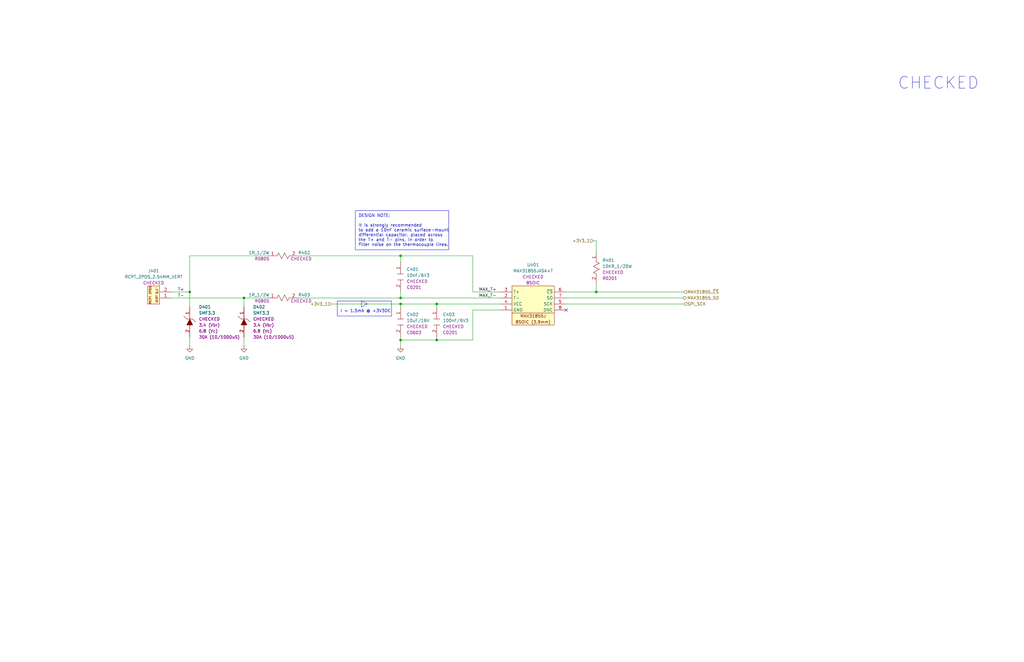
<source format=kicad_sch>
(kicad_sch (version 20230121) (generator eeschema)
  (paper "B")
  (title_block (title "Hot Plate") (date "09/15/2023") (rev "v1.0") (company "Mend0z0") (comment 1 "v1") (comment 3 "Siavash Taher Parvar") (comment 8 "N/A"))
  (lib_symbols
    (symbol "_SCHLIB_HotPlate:CAP_100nF/6V3_C0201"
      (property "Reference" "C" (at 2.54 5.08 0))
      (property "Value" "100nF{slash}6V3" (at 2.54 7.62 0))
      (property "SCH CHECK" "CHECKED" (at 2.54 22.86 0))
      (property "Package" "C0201" (at 2.54 25.4 0))
      (symbol "CAP_100nF/6V3_C0201_0_0"
        (polyline (pts (xy 5.08 1.27) (xy 5.08 -1.27)))
        (polyline (pts (xy 7.62 1.27) (xy 7.62 -1.27)))
      )
      (symbol "CAP_100nF/6V3_C0201_1_1"
        (pin passive line (at 0 0 0) (length 5.08) (name "") (number "1"))
        (pin passive line (at 12.7 0 180) (length 5.08) (name "") (number "2"))
      )
    )
    (symbol "_SCHLIB_HotPlate:CAP_10nF/6V3-C0201"
      (property "Reference" "C" (at 2.54 3.81 0))
      (property "Value" "10nF{slash}6V3" (at 2.54 6.35 0))
      (property "SCH CHECK" "CHECKED" (at 2.54 21.59 0))
      (property "Package" "C0201" (at 2.54 24.13 0))
      (symbol "CAP_10nF/6V3-C0201_0_0"
        (polyline (pts (xy 5.08 1.27) (xy 5.08 -1.27)))
        (polyline (pts (xy 7.62 1.27) (xy 7.62 -1.27)))
      )
      (symbol "CAP_10nF/6V3-C0201_1_1"
        (pin passive line (at 0 0 0) (length 5.08) (name "") (number "1"))
        (pin passive line (at 12.7 0 180) (length 5.08) (name "") (number "2"))
      )
    )
    (symbol "_SCHLIB_HotPlate:CAP_10uF/16V-C0603"
      (property "Reference" "C" (at 2.54 3.81 0))
      (property "Value" "10uF{slash}16V" (at 2.54 6.35 0))
      (property "SCH CHECK" "CHECKED" (at 2.54 21.59 0))
      (property "Package" "C0603" (at 2.54 24.13 0))
      (symbol "CAP_10uF/16V-C0603_0_0"
        (polyline (pts (xy 5.08 1.27) (xy 5.08 -1.27)))
        (polyline (pts (xy 7.62 1.27) (xy 7.62 -1.27)))
      )
      (symbol "CAP_10uF/16V-C0603_1_1"
        (pin passive line (at 0 0 0) (length 5.08) (name "") (number "1"))
        (pin passive line (at 12.7 0 180) (length 5.08) (name "") (number "2"))
      )
    )
    (symbol "_SCHLIB_HotPlate:CONN_RCPT_2POS_2.54MM_VERT"
      (property "Reference" "J" (at 2.54 2.54 0))
      (property "Value" "RCPT_2POS_2.54MM_VERT" (at 2.54 5.08 0))
      (property "SCH CHECK" "CHECKED" (at 2.54 20.32 0))
      (symbol "CONN_RCPT_2POS_2.54MM_VERT_0_1"
        (rectangle (start 0 0) (end 5.08 -7.62) (fill (type background)))
        (text "RCPT 2POS\n\nVERT 0.1\"" (at 2.54 -3.81 900) (effects (font (size 0.889 0.889))))
      )
      (symbol "CONN_RCPT_2POS_2.54MM_VERT_1_1"
        (pin passive line (at -5.08 -2.54 0) (length 5.08) (name "") (number "1"))
        (pin passive line (at -5.08 -5.08 0) (length 5.08) (name "") (number "2"))
      )
    )
    (symbol "_SCHLIB_HotPlate:IC_MAX31855JASA+T"
      (property "Reference" "U" (at 2.54 2.54 0))
      (property "Value" "MAX31855JASA+T" (at 2.54 5.08 0))
      (property "SCH CHECK" "CHECKED" (at 2.54 20.32 0))
      (property "Package" "8SOIC" (at 2.54 22.86 0))
      (symbol "IC_MAX31855JASA+T_0_0"
        (text "8SOIC (3.9mm)" (at 8.89 -15.24 0) (effects (font (size 1.27 1.27))))
        (text "MAX31855J" (at 8.89 -12.7 0) (effects (font (size 1.27 1.27))))
      )
      (symbol "IC_MAX31855JASA+T_0_1"
        (polyline (pts (xy 0 -11.43) (xy 17.78 -11.43)))
        (rectangle (start 0 0) (end 17.78 -16.51) (fill (type background)))
      )
      (symbol "IC_MAX31855JASA+T_1_1"
        (pin passive line (at -5.08 -10.16 0) (length 5.08) (name "GND") (number "1"))
        (pin passive line (at -5.08 -5.08 0) (length 5.08) (name "T-") (number "2"))
        (pin passive line (at -5.08 -2.54 0) (length 5.08) (name "T+") (number "3"))
        (pin passive line (at -5.08 -7.62 0) (length 5.08) (name "VCC") (number "4"))
        (pin passive line (at 22.86 -7.62 180) (length 5.08) (name "SCK") (number "5"))
        (pin passive line (at 22.86 -2.54 180) (length 5.08) (name "~{CS}") (number "6"))
        (pin passive line (at 22.86 -5.08 180) (length 5.08) (name "SO") (number "7"))
        (pin passive line (at 22.86 -10.16 180) (length 5.08) (name "DNC") (number "8"))
      )
    )
    (symbol "_SCHLIB_HotPlate:RES_10KR_1/20W-R0201"
      (property "Reference" "R" (at 2.54 5.08 0))
      (property "Value" "10KR_1{slash}20W" (at 2.54 7.62 0))
      (property "SCH CHECK" "CHECKED" (at 2.54 22.86 0))
      (property "Package" "R0201" (at 2.54 25.4 0))
      (symbol "RES_10KR_1/20W-R0201_0_0"
        (polyline (pts (xy 3.81 0) (xy 4.445 1.27) (xy 5.715 -1.27) (xy 6.985 1.27) (xy 8.255 -1.27) (xy 8.89 0)))
      )
      (symbol "RES_10KR_1/20W-R0201_1_1"
        (pin passive line (at 0 0 0) (length 3.81) (name "") (number "1"))
        (pin passive line (at 12.7 0 180) (length 3.81) (name "") (number "2"))
      )
    )
    (symbol "_SCHLIB_HotPlate:RES_1R_1/2W_R0805"
      (property "Reference" "R" (at 2.54 3.81 0))
      (property "Value" "1R_1/2W" (at 2.54 6.35 0))
      (property "SCH CHECK" "CHECKED" (at 2.54 21.59 0))
      (property "Package" "R0805" (at 2.54 24.13 0))
      (symbol "RES_1R_1/2W_R0805_0_0"
        (polyline (pts (xy 3.81 0) (xy 4.445 1.27) (xy 5.715 -1.27) (xy 6.985 1.27) (xy 8.255 -1.27) (xy 8.89 0)))
      )
      (symbol "RES_1R_1/2W_R0805_1_1"
        (pin passive line (at 0 0 0) (length 3.81) (name "") (number "1"))
        (pin passive line (at 12.7 0 180) (length 3.81) (name "") (number "2"))
      )
    )
    (symbol "_SCHLIB_HotPlate:TVS_SMF3.3_SOD_123F"
      (property "Reference" "D" (at 2.54 5.08 0))
      (property "Value" "SMF3.3" (at 2.54 7.62 0))
      (property "SCH CHECK" "CHECKED" (at 2.54 22.86 0))
      (property "Vbr" "3.4 (Vbr)" (at 2.54 27.94 0))
      (property "Vc" "6.8 (Vc)" (at 2.54 30.48 0))
      (property "Ipp" "30A (10/1000uS)" (at 2.54 25.4 0))
      (symbol "TVS_SMF3.3_SOD_123F_0_1"
        (polyline (pts (xy 5.08 1.27) (xy 5.08 -1.27) (xy 7.62 0) (xy 5.08 1.27)) (fill (type outline)))
        (polyline (pts (xy 8.89 2.54) (xy 7.62 1.27) (xy 7.62 -1.27) (xy 6.35 -2.54)))
      )
      (symbol "TVS_SMF3.3_SOD_123F_1_1"
        (pin passive line (at 12.7 0 180) (length 5.08) (name "") (number "1"))
        (pin passive line (at 0 0 0) (length 5.08) (name "") (number "2"))
      )
    )
    (symbol "power:GND" (power) (pin_names (offset 0))
      (property "Value" "GND" (at 0 -3.81 0))
      (symbol "GND_0_1"
        (polyline (pts (xy 0 0) (xy 0 -1.27) (xy 1.27 -1.27) (xy 0 -2.54) (xy -1.27 -1.27) (xy 0 -1.27)))
      )
      (symbol "GND_1_1"
        (pin power_in line (at 0 0 270) (length 0) hide (name "GND") (number "1"))
      )
    )
  )
  (junction (at 102.87 125.73))
  (junction (at 251.46 123.19))
  (junction (at 168.91 107.95))
  (junction (at 168.91 125.73))
  (junction (at 168.91 128.27))
  (junction (at 168.91 143.51))
  (junction (at 184.15 143.51))
  (junction (at 80.01 123.19))
  (junction (at 184.15 128.27))
  (no_connect (at 238.76 130.81))
  (wire (pts (xy 168.91 143.51) (xy 184.15 143.51)))
  (wire (pts (xy 168.91 123.19) (xy 168.91 125.73)))
  (wire (pts (xy 238.76 125.73) (xy 288.29 125.73)))
  (wire (pts (xy 168.91 128.27) (xy 184.15 128.27)))
  (wire (pts (xy 168.91 107.95) (xy 199.39 107.95)))
  (wire (pts (xy 168.91 128.27) (xy 168.91 129.54)))
  (wire (pts (xy 168.91 142.24) (xy 168.91 143.51)))
  (wire (pts (xy 168.91 107.95) (xy 168.91 110.49)))
  (wire (pts (xy 250.19 101.6) (xy 251.46 101.6)))
  (polyline (pts (xy 152.4 127) (xy 154.94 128.27)))
  (polyline (pts (xy 142.24 127) (xy 142.24 133.35)))
  (polyline (pts (xy 165.1 127) (xy 165.1 133.35)))
  (wire (pts (xy 102.87 125.73) (xy 102.87 129.54)))
  (wire (pts (xy 168.91 143.51) (xy 168.91 146.05)))
  (wire (pts (xy 80.01 107.95) (xy 113.03 107.95)))
  (wire (pts (xy 199.39 123.19) (xy 210.82 123.19)))
  (wire (pts (xy 184.15 128.27) (xy 184.15 129.54)))
  (polyline (pts (xy 152.4 129.54) (xy 154.94 128.27)))
  (wire (pts (xy 184.15 128.27) (xy 210.82 128.27)))
  (wire (pts (xy 80.01 123.19) (xy 80.01 129.54)))
  (wire (pts (xy 72.39 125.73) (xy 102.87 125.73)))
  (wire (pts (xy 238.76 123.19) (xy 251.46 123.19)))
  (wire (pts (xy 199.39 143.51) (xy 199.39 130.81)))
  (wire (pts (xy 251.46 101.6) (xy 251.46 106.68)))
  (wire (pts (xy 102.87 125.73) (xy 113.03 125.73)))
  (wire (pts (xy 199.39 107.95) (xy 199.39 123.19)))
  (wire (pts (xy 80.01 123.19) (xy 72.39 123.19)))
  (wire (pts (xy 80.01 107.95) (xy 80.01 123.19)))
  (wire (pts (xy 251.46 123.19) (xy 288.29 123.19)))
  (wire (pts (xy 184.15 143.51) (xy 199.39 143.51)))
  (wire (pts (xy 139.7 128.27) (xy 168.91 128.27)))
  (wire (pts (xy 125.73 107.95) (xy 168.91 107.95)))
  (wire (pts (xy 251.46 123.19) (xy 251.46 119.38)))
  (wire (pts (xy 238.76 128.27) (xy 288.29 128.27)))
  (polyline (pts (xy 152.4 127) (xy 152.4 129.54)))
  (wire (pts (xy 102.87 142.24) (xy 102.87 146.05)))
  (wire (pts (xy 199.39 130.81) (xy 210.82 130.81)))
  (polyline (pts (xy 165.1 133.35) (xy 142.24 133.35)))
  (wire (pts (xy 125.73 125.73) (xy 168.91 125.73)))
  (wire (pts (xy 168.91 125.73) (xy 210.82 125.73)))
  (wire (pts (xy 80.01 146.05) (xy 80.01 142.24)))
  (polyline (pts (xy 142.24 127) (xy 165.1 127)))
  (wire (pts (xy 184.15 142.24) (xy 184.15 143.51)))
  (rectangle (start 149.86 88.9) (end 189.23 105.41))
  (text "I = 1.5mA @ +3V3DC" (at 143.51 132.08 0) (effects (font (size 1.27 1.27)) (justify left bottom)))
  (text "CHECKED" (at 378.46 38.1 0) (effects (font (size 5 5)) (justify left bottom)))
  (text "DESIGN NOTE:\n\nIt is strongly recommended \nto add a 10nF ceramic surface-mount\ndifferential capacitor, placed across\nthe T+ and T- pins, in order to \nfilter noise on the thermocouple lines.\n" (at 151.13 104.14 0) (effects (font (size 1.27 1.27)) (justify left bottom)))
  (label "MAX_T-" (at 201.93 125.73 0))
  (label "T+" (at 74.93 123.19 0))
  (label "T-" (at 74.93 125.73 0))
  (label "MAX_T+" (at 201.93 123.19 0))
  (hierarchical_label "+3V3_1" (shape input) (at 250.19 101.6 180))
  (hierarchical_label "MAX31855_~{CS}" (shape input) (at 288.29 123.19 0))
  (hierarchical_label "MAX31855_SO" (shape output) (at 288.29 125.73 0))
  (hierarchical_label "+3V3_1" (shape input) (at 139.7 128.27 180))
  (hierarchical_label "SPI_SCK" (shape input) (at 288.29 128.27 0))
  (symbol (lib_id "power:GND") (at 80.01 146.05 0) (unit 1)
    (property "Reference" "#PWR0401" (effects hide))
    (property "Value" "GND" (at 80.01 151.13 0))
  )
  (symbol (lib_id "_SCHLIB_HotPlate:CAP_10nF/6V3-C0201") (at 168.91 110.49 270) (unit 1)
    (property "Reference" "C401" (at 171.45 113.665 90) (effects (justify left)))
    (property "Value" "10nF/6V3" (at 171.45 116.205 90) (effects (justify left)))
    (property "Footprint" "Capacitor_SMD:C_0201_0603Metric" (effects hide))
    (property "Datasheet" "http://www.passivecomponent.com/wp-content/uploads/datasheet/WTC_MLCC_General_Purpose.pdf" (effects hide))
    (property "Description" "10000 pF ±10% 6.3V Ceramic Capacitor X7R 0201 (0603 Metric)" (effects hide))
    (property "Part Number" "0201B103K6R3CT" (effects hide))
    (property "Link" "https://www.digikey.ca/en/products/detail/walsin-technology-corporation/0201B103K6R3CT/9354618" (effects hide))
    (property "SCH CHECK" "CHECKED" (at 171.45 118.745 90) (effects (justify left)))
    (property "Package" "C0201" (at 171.45 121.285 90) (effects (justify left)))
  )
  (symbol (lib_id "_SCHLIB_HotPlate:TVS_SMF3.3_SOD_123F") (at 80.01 142.24 90) (unit 1)
    (property "Reference" "D401" (at 83.82 129.54 90) (effects (justify right)))
    (property "Value" "SMF3.3" (at 83.82 132.08 90) (effects (justify right)))
    (property "Footprint" "Diode_SMD:D_SOD-123F" (effects hide))
    (property "Datasheet" "https://www.littelfuse.com/media?resourcetype=datasheets&itemid=2e80cd26-b0c3-442f-9d77-27a283ccff4f&filename=littelfuse-tvs-diode-smf3-3-datasheet" (effects hide))
    (property "Description" "6.8V Clamp 30A Ipp Tvs Diode Surface Mount SOD-123F" (effects hide))
    (property "Part Number" "SMF3.3" (effects hide))
    (property "Link" "https://www.digikey.ca/en/products/detail/littelfuse-inc/SMF3-3/6189040" (effects hide))
    (property "SCH CHECK" "CHECKED" (at 83.82 134.62 90) (effects (justify right)))
    (property "Vbr" "3.4 (Vbr)" (at 83.82 137.16 90) (effects (justify right)))
    (property "Vc" "6.8 (Vc)" (at 83.82 139.7 90) (effects (justify right)))
    (property "Ipp" "30A (10/1000uS)" (at 83.82 142.24 90) (effects (justify right)))
  )
  (symbol (lib_id "power:GND") (at 102.87 146.05 0) (unit 1)
    (property "Reference" "#PWR0402" (effects hide))
    (property "Value" "GND" (at 102.87 151.13 0))
  )
  (symbol (lib_id "_SCHLIB_HotPlate:RES_1R_1/2W_R0805") (at 113.03 107.95 0) (unit 1)
    (property "Reference" "R402" (at 128.27 106.68 0))
    (property "Value" "1R_1/2W" (at 109.22 106.68 0))
    (property "Footprint" "Resistor_SMD:R_0805_2012Metric" (effects hide))
    (property "Datasheet" "https://www.koaspeer.com/pdfs/SG73P.pdf" (effects hide))
    (property "Description" "1 Ohms ±5% 0.5W, 1/2W Chip Resistor 0805 (2012 Metric) Automotive AEC-Q200, Pulse Withstanding Thick Film" (effects hide))
    (property "Part Number" "SG73P2ATTD1R0J" (effects hide))
    (property "Link" "https://www.digikey.ca/en/products/detail/koa-speer-electronics-inc/SG73P2ATTD1R0J/10187130" (effects hide))
    (property "SCH CHECK" "CHECKED" (at 127 109.22 0))
    (property "Package" "R0805" (at 110.49 109.22 0))
  )
  (symbol (lib_id "_SCHLIB_HotPlate:RES_10KR_1/20W-R0201") (at 251.46 106.68 270) (unit 1)
    (property "Reference" "R401" (at 254 109.855 90) (effects (justify left)))
    (property "Value" "10KR_1/20W" (at 254 112.395 90) (effects (justify left)))
    (property "Footprint" "Resistor_SMD:R_0201_0603Metric" (effects hide))
    (property "Datasheet" "https://www.seielect.com/Catalog/SEI-RMCF_RMCP.pdf" (effects hide))
    (property "Description" "10 kOhms ±1% 0.05W, 1/20W Chip Resistor 0201 (0603 Metric) Thick Film" (effects hide))
    (property "Part Number" "RMCF0201FT10K0" (effects hide))
    (property "Link" "https://www.digikey.ca/en/products/detail/stackpole-electronics-inc/RMCF0201FT10K0/1714990" (effects hide))
    (property "SCH CHECK" "CHECKED" (at 254 114.935 90) (effects (justify left)))
    (property "Package" "R0201" (at 254 117.475 90) (effects (justify left)))
  )
  (symbol (lib_id "_SCHLIB_HotPlate:RES_1R_1/2W_R0805") (at 113.03 125.73 0) (unit 1)
    (property "Reference" "R403" (at 128.27 124.46 0))
    (property "Value" "1R_1/2W" (at 109.22 124.46 0))
    (property "Footprint" "Resistor_SMD:R_0805_2012Metric" (effects hide))
    (property "Datasheet" "https://www.koaspeer.com/pdfs/SG73P.pdf" (effects hide))
    (property "Description" "1 Ohms ±5% 0.5W, 1/2W Chip Resistor 0805 (2012 Metric) Automotive AEC-Q200, Pulse Withstanding Thick Film" (effects hide))
    (property "Part Number" "SG73P2ATTD1R0J" (effects hide))
    (property "Link" "https://www.digikey.ca/en/products/detail/koa-speer-electronics-inc/SG73P2ATTD1R0J/10187130" (effects hide))
    (property "SCH CHECK" "CHECKED" (at 127 127 0))
    (property "Package" "R0805" (at 110.49 127 0))
  )
  (symbol (lib_id "power:GND") (at 168.91 146.05 0) (unit 1)
    (property "Reference" "#PWR0403" (effects hide))
    (property "Value" "GND" (at 168.91 151.13 0))
  )
  (symbol (lib_id "_SCHLIB_HotPlate:TVS_SMF3.3_SOD_123F") (at 102.87 142.24 90) (unit 1)
    (property "Reference" "D402" (at 106.68 129.54 90) (effects (justify right)))
    (property "Value" "SMF3.3" (at 106.68 132.08 90) (effects (justify right)))
    (property "Footprint" "Diode_SMD:D_SOD-123F" (effects hide))
    (property "Datasheet" "https://www.littelfuse.com/media?resourcetype=datasheets&itemid=2e80cd26-b0c3-442f-9d77-27a283ccff4f&filename=littelfuse-tvs-diode-smf3-3-datasheet" (effects hide))
    (property "Description" "6.8V Clamp 30A Ipp Tvs Diode Surface Mount SOD-123F" (effects hide))
    (property "Part Number" "SMF3.3" (effects hide))
    (property "Link" "https://www.digikey.ca/en/products/detail/littelfuse-inc/SMF3-3/6189040" (effects hide))
    (property "SCH CHECK" "CHECKED" (at 106.68 134.62 90) (effects (justify right)))
    (property "Vbr" "3.4 (Vbr)" (at 106.68 137.16 90) (effects (justify right)))
    (property "Vc" "6.8 (Vc)" (at 106.68 139.7 90) (effects (justify right)))
    (property "Ipp" "30A (10/1000uS)" (at 106.68 142.24 90) (effects (justify right)))
  )
  (symbol (lib_id "_SCHLIB_HotPlate:IC_MAX31855JASA+T") (at 215.9 120.65 0) (unit 1)
    (property "Reference" "U401" (at 224.79 111.76 0))
    (property "Value" "MAX31855JASA+T" (at 224.79 114.3 0))
    (property "Footprint" "Package_SO:SOIC-8_3.9x4.9mm_P1.27mm" (effects hide))
    (property "Datasheet" "https://www.analog.com/media/en/technical-documentation/data-sheets/max31855.pdf" (effects hide))
    (property "Description" "IC CONV THERMOCOUPLE-DGTL 8SOIC" (effects hide))
    (property "Part Number" "MAX31855JASA+T" (effects hide))
    (property "Link" "https://www.digikey.ca/en/products/detail/analog-devices-inc-maxim-integrated/MAX31855JASA-T/2754411" (effects hide))
    (property "SCH CHECK" "CHECKED" (at 224.79 116.84 0))
    (property "Package" "8SOIC" (at 224.79 119.38 0))
  )
  (symbol (lib_id "_SCHLIB_HotPlate:CONN_RCPT_2POS_2.54MM_VERT") (at 67.31 128.27 180) (unit 1)
    (property "Reference" "J401" (at 64.77 114.3 0))
    (property "Value" "RCPT_2POS_2.54MM_VERT" (at 64.77 116.84 0))
    (property "Footprint" "Connector_PinSocket_2.54mm:PinSocket_1x02_P2.54mm_Vertical" (effects hide))
    (property "Datasheet" "https://app.adam-tech.com/products/download/data_sheet/203013/rs1-xx-g-data-sheet.pdf" (effects hide))
    (property "Description" "2 Position Receptacle Connector 0.100\" (2.54mm) Through Hole Gold" (effects hide))
    (property "Part Number" "RS1-02-G" (effects hide))
    (property "Link" "https://www.digikey.ca/en/products/detail/adam-tech/RS1-02-G/9832044" (effects hide))
    (property "SCH CHECK" "CHECKED" (at 64.77 119.38 0))
  )
  (symbol (lib_id "_SCHLIB_HotPlate:CAP_10uF/16V-C0603") (at 168.91 129.54 270) (unit 1)
    (property "Reference" "C402" (at 171.45 132.715 90) (effects (justify left)))
    (property "Value" "10uF/16V" (at 171.45 135.255 90) (effects (justify left)))
    (property "Footprint" "Capacitor_SMD:C_0603_1608Metric" (effects hide))
    (property "Datasheet" "https://search.murata.co.jp/Ceramy/image/img/A01X/G101/ENG/GRT188R61C106KE13-01.pdf" (effects hide))
    (property "Description" "10 µF ±10% 16V Ceramic Capacitor X5R 0603 (1608 Metric)" (effects hide))
    (property "Part Number" "GRT188R61C106KE13J" (effects hide))
    (property "Link" "https://www.digikey.ca/en/products/detail/murata-electronics/GRT188R61C106KE13J/13904802" (effects hide))
    (property "SCH CHECK" "CHECKED" (at 171.45 137.795 90) (effects (justify left)))
    (property "Package" "C0603" (at 171.45 140.335 90) (effects (justify left)))
  )
  (symbol (lib_id "_SCHLIB_HotPlate:CAP_100nF/6V3_C0201") (at 184.15 129.54 270) (unit 1)
    (property "Reference" "C403" (at 186.69 132.715 90) (effects (justify left)))
    (property "Value" "100nF/6V3" (at 186.69 135.255 90) (effects (justify left)))
    (property "Footprint" "Capacitor_SMD:C_0201_0603Metric" (effects hide))
    (property "Datasheet" "https://www.yageo.com/upload/media/product/productsearch/datasheet/mlcc/UPY-GPHC_X7R_6.3V-to-250V_22.pdf" (effects hide))
    (property "Description" "0.1 µF ±10% 6.3V Ceramic Capacitor X7R 0201 (0603 Metric)" (effects hide))
    (property "Part Number" "CC0201KRX7R5BB104" (effects hide))
    (property "Link" "https://www.digikey.ca/en/products/detail/yageo/CC0201KRX7R5BB104/12698853" (effects hide))
    (property "SCH CHECK" "CHECKED" (at 186.69 137.795 90) (effects (justify left)))
    (property "Package" "C0201" (at 186.69 140.335 90) (effects (justify left)))
  )
)
</source>
